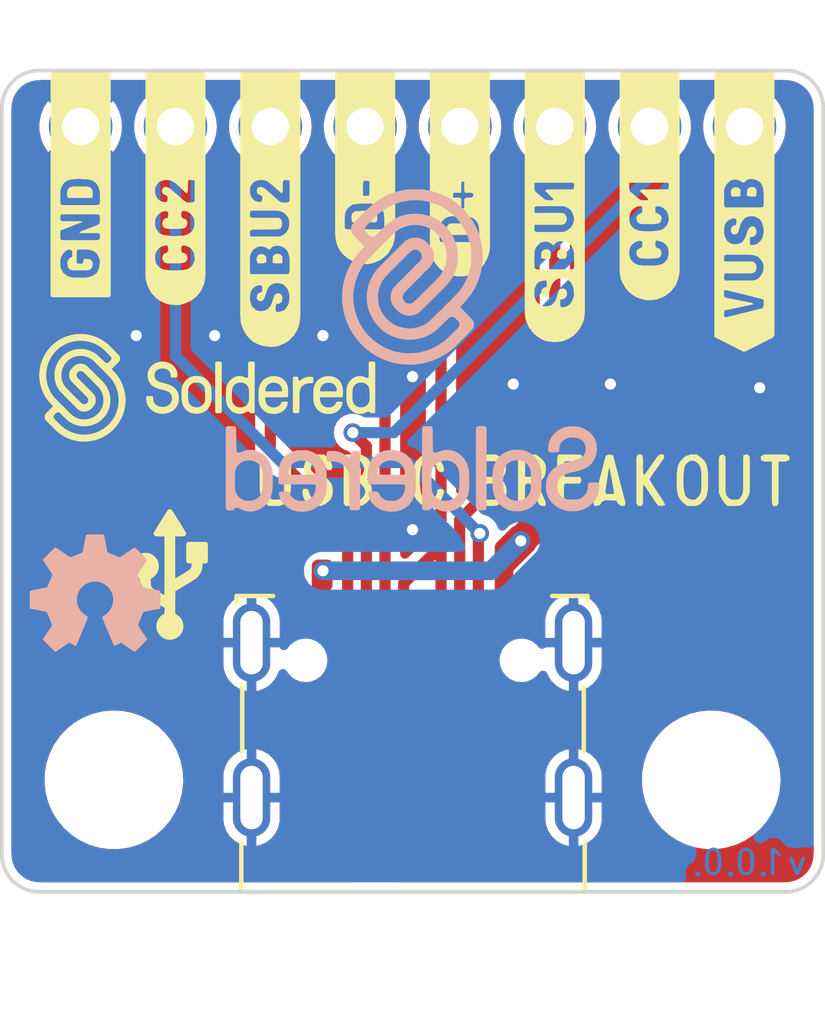
<source format=kicad_pcb>
(kicad_pcb (version 20210126) (generator pcbnew)
  (layers (0 "F.Cu" mixed) (31 "B.Cu" signal) (34 "B.Paste" user) (35 "F.Paste" user) (36 "B.SilkS" user "B.Silkscreen") (37 "F.SilkS" user "F.Silkscreen") (38 "B.Mask" user) (39 "F.Mask" user) (44 "Edge.Cuts" user))
  (net 0 "")
  (net 1 "VUSB")
  (net 2 "CC1")
  (net 3 "SBU1")
  (net 4 "D+")
  (net 5 "D-")
  (net 6 "SBU2")
  (net 7 "CC2")
  (net 8 "GND")
  (footprint "buzzardLabel" (layer "F.Cu") (at 104 119)
    (fp_text reference "" (at 0 0) (layer "F.SilkS") (effects (font (size 1.27 1.27))))
    (fp_text value "" (at 0 0) (layer "F.SilkS") (effects (font (size 1.27 1.27))))
  )
  (footprint "e-radionica.com footprinti:HOLE_3.2mm" (layer "F.Cu") (at 93 127)
    (fp_text reference "H2" hide)
    (fp_text value "HOLE_3.2mm" hide)
    (pad "" np_thru_hole circle (at 0 0) (size 3.2 3.2) (drill 3.2) (layers F&B.Cu *.Mask))
  )
  (footprint "buzzardLabel" (layer "F.Cu") (at 109.89 107.6 90)
    (fp_text reference "" (at 0 0 90) (layer "F.SilkS") (effects (font (size 1.27 1.27))))
    (fp_text value "" (at 0 0 90) (layer "F.SilkS") (effects (font (size 1.27 1.27))))
  )
  (footprint "e-radionica.com footprinti:HEADER_MALE_8X1" (layer "F.Cu") (at 101 109.5)
    (fp_text reference "K1")
    (fp_text value "HEADER_MALE_8X1")
    (pad "1" thru_hole circle (at -8.89 0) (size 1.7 1.7) (drill 1) (layers *.Cu *.Mask) (net 8 "GND"))
    (pad "2" thru_hole circle (at -6.35 0) (size 1.7 1.7) (drill 1) (layers *.Cu *.Mask) (net 7 "CC2"))
    (pad "3" thru_hole circle (at -3.81 0) (size 1.7 1.7) (drill 1) (layers *.Cu *.Mask) (net 6 "SBU2"))
    (pad "4" thru_hole circle (at -1.27 0) (size 1.7 1.7) (drill 1) (layers *.Cu *.Mask) (net 5 "D-"))
    (pad "5" thru_hole circle (at 1.27 0) (size 1.7 1.7) (drill 1) (layers *.Cu *.Mask) (net 4 "D+"))
    (pad "6" thru_hole circle (at 3.81 0) (size 1.7 1.7) (drill 1) (layers *.Cu *.Mask) (net 3 "SBU1"))
    (pad "7" thru_hole circle (at 6.35 0) (size 1.7 1.7) (drill 1) (layers *.Cu *.Mask) (net 2 "CC1"))
    (pad "8" thru_hole circle (at 8.89 0) (size 1.7 1.7) (drill 1) (layers *.Cu *.Mask) (net 1 "VUSB"))
  )
  (footprint "buzzardLabel" (layer "F.Cu") (at 94.65 107.6 90)
    (fp_text reference "" (at 0 0 90) (layer "F.SilkS") (effects (font (size 1.27 1.27))))
    (fp_text value "" (at 0 0 90) (layer "F.SilkS") (effects (font (size 1.27 1.27))))
  )
  (footprint "Soldered Graphics:Logo-Back-SolderedVERTICAL-10mm" (layer "F.Cu") (at 101 115.5)
    (fp_text reference "G***" hide)
    (fp_text value "LOGO" hide)
  )
  (footprint "buzzardLabel" (layer "F.Cu") (at 92.11 107.6 90)
    (fp_text reference "" (at 0 0 90) (layer "F.SilkS") (effects (font (size 1.27 1.27))))
    (fp_text value "" (at 0 0 90) (layer "F.SilkS") (effects (font (size 1.27 1.27))))
  )
  (footprint "buzzardLabel" (layer "F.Cu") (at 104.81 107.6 90)
    (fp_text reference "" (at 0 0 90) (layer "F.SilkS") (effects (font (size 1.27 1.27))))
    (fp_text value "" (at 0 0 90) (layer "F.SilkS") (effects (font (size 1.27 1.27))))
  )
  (footprint "e-radionica.com footprinti:FIDUCIAL_1MM_PASTE" (layer "F.Cu") (at 100 129)
    (fp_text reference "FD1")
    (fp_text value "Fiducial_Stencil")
    (pad "1" smd circle (at 0 0) (size 1 1) (property pad_prop_fiducial_glob) (layers "F.Cu" "F.Paste" "F.Mask"))
  )
  (footprint "Soldered Graphics:Symbol-Front-USB" (layer "F.Cu") (at 94.5 121.5)
    (fp_text reference "G***" hide)
    (fp_text value "LOGO" hide)
  )
  (footprint "Soldered Graphics:Logo-Back-OSH-3.5mm" (layer "F.Cu") (at 92.5 122)
    (fp_text reference "G***" hide)
    (fp_text value "LOGO" hide)
  )
  (footprint "e-radionica.com footprinti:HOLE_3.2mm" (layer "F.Cu") (at 109 127)
    (fp_text reference "H1" hide)
    (fp_text value "HOLE_3.2mm" hide)
    (pad "" np_thru_hole circle (at 0 0) (size 3.2 3.2) (drill 3.2) (layers F&B.Cu *.Mask))
  )
  (footprint "buzzardLabel" (layer "F.Cu") (at 97.19 107.6 90)
    (fp_text reference "" (at 0 0 90) (layer "F.SilkS") (effects (font (size 1.27 1.27))))
    (fp_text value "" (at 0 0 90) (layer "F.SilkS") (effects (font (size 1.27 1.27))))
  )
  (footprint "e-radionica.com footprinti:U262-161N-4BVC11" (layer "F.Cu") (at 101 125)
    (fp_text reference "K2")
    (fp_text value "U262-161N-4BVC11")
    (pad "" np_thru_hole circle (at 2.913 -1.2) (size 0.65 0.65) (drill 0.65) (layers F&B.Cu *.Mask))
    (pad "" np_thru_hole circle (at -2.862 -1.2) (size 0.65 0.65) (drill 0.65) (layers F&B.Cu *.Mask))
    (pad "A1" smd rect (at -3.337 -2.475) (size 0.3 1.15) (layers "F.Cu" "F.Paste" "F.Mask") (net 8 "GND"))
    (pad "A4" smd rect (at -2.537 -2.475) (size 0.3 1.15) (layers "F.Cu" "F.Paste" "F.Mask") (net 1 "VUSB"))
    (pad "A5" smd rect (at -1.237 -2.475) (size 0.3 1.15) (layers "F.Cu" "F.Paste" "F.Mask") (net 2 "CC1"))
    (pad "A6" smd rect (at -0.237 -2.475) (size 0.3 1.15) (layers "F.Cu" "F.Paste" "F.Mask") (net 4 "D+"))
    (pad "A7" smd rect (at 0.263 -2.475) (size 0.3 1.15) (layers "F.Cu" "F.Paste" "F.Mask") (net 5 "D-"))
    (pad "A8" smd rect (at 1.263 -2.475) (size 0.3 1.15) (layers "F.Cu" "F.Paste" "F.Mask") (net 3 "SBU1"))
    (pad "A9" smd rect (at 2.563 -2.475) (size 0.3 1.15) (layers "F.Cu" "F.Paste" "F.Mask") (net 1 "VUSB"))
    (pad "A12" smd rect (at 3.338 -2.475) (size 0.3 1.15) (layers "F.Cu" "F.Paste" "F.Mask") (net 8 "GND"))
    (pad "B1" smd rect (at 3.138 -2.475) (size 0.3 1.15) (layers "F.Cu" "F.Paste" "F.Mask") (net 8 "GND"))
    (pad "B4" smd rect (at 2.363 -2.475) (size 0.3 1.15) (layers "F.Cu" "F.Paste" "F.Mask") (net 1 "VUSB"))
    (pad "B5" smd rect (at 1.763 -2.475) (size 0.3 1.15) (layers "F.Cu" "F.Paste" "F.Mask") (net 7 "CC2"))
    (pad "B6" smd rect (at 0.763 -2.475) (size 0.3 1.15) (layers "F.Cu" "F.Paste" "F.Mask") (net 4 "D+"))
    (pad "B7" smd rect (at -0.737 -2.475) (size 0.3 1.15) (layers "F.Cu" "F.Paste" "F.Mask") (net 5 "D-"))
    (pad "B8" smd rect (at -1.737 -2.475) (size 0.3 1.15) (layers "F.Cu" "F.Paste" "F.Mask") (net 6 "SBU2"))
    (pad "B9" smd rect (at -2.337 -2.475) (size 0.3 1.15) (layers "F.Cu" "F.Paste" "F.Mask") (net 1 "VUSB"))
    (pad "B12" smd rect (at -3.112 -2.475) (size 0.3 1.15) (layers "F.Cu" "F.Paste" "F.Mask") (net 8 "GND"))
    (pad "SH" thru_hole oval (at -4.312 2.475) (size 1 2.1) (drill oval 0.6 1.7) (layers *.Cu *.Mask) (net 8 "GND"))
    (pad "SH" thru_hole oval (at 4.313 2.475) (size 1 2.1) (drill oval 0.6 1.7) (layers *.Cu *.Mask) (net 8 "GND"))
    (pad "SH" thru_hole oval (at 4.313 -1.675) (size 1 2.1) (drill oval 0.6 1.7) (layers *.Cu *.Mask) (net 8 "GND"))
    (pad "SH" thru_hole oval (at -4.312 -1.675) (size 1 2.1) (drill oval 0.6 1.7) (layers *.Cu *.Mask) (net 8 "GND"))
  )
  (footprint "Soldered Graphics:Logo-Front-SolderedFULL-9mm" (layer "F.Cu") (at 95.5 116.5)
    (fp_text reference "G***" hide)
    (fp_text value "LOGO" hide)
  )
  (footprint "buzzardLabel" (layer "F.Cu") (at 102.27 107.6 90)
    (fp_text reference "" (at 0 0 90) (layer "F.SilkS") (effects (font (size 1.27 1.27))))
    (fp_text value "" (at 0 0 90) (layer "F.SilkS") (effects (font (size 1.27 1.27))))
  )
  (footprint "buzzardLabel" (layer "F.Cu") (at 99.73 107.6 90)
    (fp_text reference "" (at 0 0 90) (layer "F.SilkS") (effects (font (size 1.27 1.27))))
    (fp_text value "" (at 0 0 90) (layer "F.SilkS") (effects (font (size 1.27 1.27))))
  )
  (footprint "buzzardLabel" (layer "F.Cu") (at 107.35 107.6 90)
    (fp_text reference "" (at 0 0 90) (layer "F.SilkS") (effects (font (size 1.27 1.27))))
    (fp_text value "" (at 0 0 90) (layer "F.SilkS") (effects (font (size 1.27 1.27))))
  )
  (footprint "Soldered Graphics:Version1.0.0." (layer "B.Cu") (at 110 129.2 180)
    (fp_text reference "" (at 0 0) (layer "B.SilkS") (effects (font (size 1.27 1.27)) (justify mirror)))
    (fp_text value "" (at 0 0) (layer "B.SilkS") (effects (font (size 1.27 1.27)) (justify mirror)))
    (fp_poly (pts (xy 1.31 -0.38) (xy 1.36 -0.38) (xy 1.41 -0.37) (xy 1.42 -0.33) (xy 1.42 -0.27) (xy 1.38 -0.26) (xy 1.33 -0.26) (xy 1.3 -0.29) (xy 1.3 -0.34) (xy 1.31 -0.38)) (layer "B.Cu") (width 0.01) (fill solid))
    (fp_poly (pts (xy 0.06 -0.35) (xy 0.11 -0.35) (xy 0.17 -0.33) (xy 0.13 -0.28) (xy 0.03 -0.28) (xy -0.01 -0.25) (xy -0.03 -0.2) (xy -0.05 -0.15) (xy -0.05 -0.11) (xy -0.05 0.01) (xy -0.05 0.13) (xy -0.05 0.17) (xy -0.03 0.22) (xy -0.01 0.27) (xy 0.02 0.3) (xy 0.13 0.3) (xy 0.16 0.26) (xy 0.18 0.21) (xy 0.18 0.15) (xy 0.19 0.05) (xy 0.19 -0.08) (xy 0.19 -0.12) (xy 0.18 -0.17) (xy 0.16 -0.22) (xy 0.14 -0.27) (xy 0.14 -0.28) (xy 0.17 -0.32) (xy 0.21 -0.29) (xy 0.24 -0.26) (xy 0.26 -0.22) (xy 0.27 -0.16) (xy 0.28 -0.11) (xy 0.28 -0.06) (xy 0.28 0.06) (xy 0.28 0.12) (xy 0.27 0.17) (xy 0.26 0.22) (xy 0.25 0.27) (xy 0.22 0.3) (xy 0.19 0.34) (xy 0.13 0.37) (xy 0.08 0.38) (xy 0.02 0.38) (xy -0.03 0.35) (xy -0.08 0.31) (xy -0.1 0.28) (xy -0.12 0.23) (xy -0.14 0.18) (xy -0.14 0.13) (xy -0.15 0.08) (xy -0.15 -0.04) (xy -0.14 -0.1) (xy -0.14 -0.14) (xy -0.13 -0.2) (xy -0.11 -0.25) (xy -0.08 -0.28) (xy -0.05 -0.32) (xy 0.01 -0.35) (xy 0.06 -0.35)) (layer "B.Cu") (width 0.01) (fill solid))
    (fp_poly (pts (xy -0.67 -0.35) (xy -0.62 -0.35) (xy -0.6 -0.31) (xy -0.6 0.35) (xy -0.64 0.38) (xy -0.69 0.38) (xy -0.73 0.34) (xy -0.84 0.22) (xy -0.86 0.17) (xy -0.83 0.16) (xy -0.73 0.22) (xy -0.69 0.23) (xy -0.69 -0.31) (xy -0.67 -0.35)) (layer "B.Cu") (width 0.01) (fill solid))
    (fp_poly (pts (xy -1.33 -0.35) (xy -1.27 -0.35) (xy -1.25 -0.31) (xy -1.09 0.1) (xy -1.11 0.13) (xy -1.16 0.13) (xy -1.19 0.1) (xy -1.28 -0.16) (xy -1.3 -0.21) (xy -1.32 -0.17) (xy -1.41 0.09) (xy -1.44 0.13) (xy -1.49 0.13) (xy -1.51 0.1) (xy -1.36 -0.31) (xy -1.33 -0.35)) (layer "B.Cu") (width 0.01) (fill solid))
    (fp_poly (pts (xy -0.44 -0.38) (xy -0.39 -0.38) (xy -0.34 -0.37) (xy -0.34 -0.33) (xy -0.34 -0.27) (xy -0.38 -0.26) (xy -0.43 -0.26) (xy -0.46 -0.29) (xy -0.46 -0.34) (xy -0.44 -0.38)) (layer "B.Cu") (width 0.01) (fill solid))
    (fp_poly (pts (xy 0.43 -0.38) (xy 0.48 -0.38) (xy 0.54 -0.37) (xy 0.54 -0.33) (xy 0.54 -0.27) (xy 0.5 -0.26) (xy 0.45 -0.26) (xy 0.42 -0.29) (xy 0.42 -0.34) (xy 0.43 -0.38)) (layer "B.Cu") (width 0.01) (fill solid))
    (fp_poly (pts (xy 0.93 -0.35) (xy 0.99 -0.35) (xy 1.04 -0.33) (xy 1.01 -0.28) (xy 0.91 -0.28) (xy 0.87 -0.25) (xy 0.85 -0.2) (xy 0.83 -0.15) (xy 0.83 -0.11) (xy 0.82 0.01) (xy 0.83 0.13) (xy 0.83 0.17) (xy 0.84 0.22) (xy 0.87 0.27) (xy 0.9 0.3) (xy 1.01 0.3) (xy 1.04 0.26) (xy 1.05 0.21) (xy 1.06 0.15) (xy 1.07 0.05) (xy 1.07 -0.08) (xy 1.06 -0.12) (xy 1.06 -0.17) (xy 1.04 -0.22) (xy 1.02 -0.27) (xy 1.01 -0.28) (xy 1.05 -0.32) (xy 1.09 -0.29) (xy 1.12 -0.26) (xy 1.14 -0.22) (xy 1.15 -0.16) (xy 1.16 -0.11) (xy 1.16 -0.06) (xy 1.16 0.06) (xy 1.16 0.12) (xy 1.15 0.17) (xy 1.14 0.22) (xy 1.13 0.27) (xy 1.1 0.3) (xy 1.06 0.34) (xy 1.01 0.37) (xy 0.95 0.38) (xy 0.9 0.38) (xy 0.84 0.35) (xy 0.8 0.31) (xy 0.78 0.28) (xy 0.75 0.23) (xy 0.74 0.18) (xy 0.74 0.13) (xy 0.73 0.08) (xy 0.73 -0.04) (xy 0.73 -0.1) (xy 0.74 -0.14) (xy 0.75 -0.2) (xy 0.77 -0.25) (xy 0.79 -0.28) (xy 0.83 -0.32) (xy 0.89 -0.35) (xy 0.93 -0.35)) (layer "B.Cu") (width 0.01) (fill solid))
  )
  (gr_line (start 90 109) (end 90 129) (layer "Edge.Cuts") (width 0.1))
  (gr_line (start 111 108) (end 91 108) (layer "Edge.Cuts") (width 0.1))
  (gr_arc (start 91 129) (end 91 130) (angle 90) (layer "Edge.Cuts") (width 0.1))
  (gr_arc (start 91 109) (end 91 108) (angle -90) (layer "Edge.Cuts") (width 0.1))
  (gr_line (start 91 130) (end 111 130) (layer "Edge.Cuts") (width 0.1))
  (gr_line (start 112 129) (end 112 109) (layer "Edge.Cuts") (width 0.1))
  (gr_arc (start 111 129) (end 112 129) (angle 90) (layer "Edge.Cuts") (width 0.1))
  (gr_arc (start 111 109) (end 111 108) (angle 90) (layer "Edge.Cuts") (width 0.1))
  (segment (start 109.89 114.61) (end 109.89 109.5) (width 0.8) (layer "F.Cu") (net 1))
  (segment (start 103.9 120.6) (end 109.89 114.61) (width 0.8) (layer "F.Cu") (net 1))
  (via (at 98.6 121.4) (size 0.5) (drill 0.3) (layers "F.Cu" "B.Cu") (net 1))
  (via (at 103.9 120.6) (size 0.5) (drill 0.3) (layers "F.Cu" "B.Cu") (net 1))
  (segment (start 103.1 121.4) (end 98.6 121.4) (width 0.5) (layer "B.Cu") (net 1))
  (segment (start 103.9 120.6) (end 103.1 121.4) (width 0.5) (layer "B.Cu") (net 1))
  (segment (start 99.763 118.063) (end 99.4 117.7) (width 0.3) (layer "F.Cu") (net 2))
  (segment (start 99.763 122.525) (end 99.763 118.063) (width 0.3) (layer "F.Cu") (net 2))
  (via (at 99.4 117.7) (size 0.5) (drill 0.3) (layers "F.Cu" "B.Cu") (net 2))
  (segment (start 107.35 110.85) (end 107.35 109.5) (width 0.3) (layer "B.Cu") (net 2))
  (segment (start 99.4 117.7) (end 100.5 117.7) (width 0.3) (layer "B.Cu") (net 2))
  (segment (start 100.5 117.7) (end 107.35 110.85) (width 0.3) (layer "B.Cu") (net 2))
  (segment (start 102.263 120.037) (end 104.81 117.49) (width 0.3) (layer "F.Cu") (net 3))
  (segment (start 104.81 117.49) (end 104.81 109.5) (width 0.3) (layer "F.Cu") (net 3))
  (segment (start 102.263 122.525) (end 102.263 120.037) (width 0.3) (layer "F.Cu") (net 3))
  (segment (start 100.763 121.737) (end 101.737 120.763) (width 0.3) (layer "F.Cu") (net 4))
  (segment (start 101.763 120.763) (end 101.763 122.525) (width 0.3) (layer "F.Cu") (net 4))
  (segment (start 101.737 120.763) (end 101.763 120.763) (width 0.3) (layer "F.Cu") (net 4))
  (segment (start 102.27 109.5) (end 102.27 113.53) (width 0.3) (layer "F.Cu") (net 4))
  (segment (start 102.27 113.53) (end 101.763 114.037) (width 0.3) (layer "F.Cu") (net 4))
  (segment (start 100.763 122.525) (end 100.763 121.737) (width 0.3) (layer "F.Cu") (net 4))
  (segment (start 101.763 114.037) (end 101.763 120.763) (width 0.3) (layer "F.Cu") (net 4))
  (segment (start 100.263 122.525) (end 100.263 123.563) (width 0.3) (layer "F.Cu") (net 5))
  (segment (start 99.73 113.53) (end 99.73 109.5) (width 0.3) (layer "F.Cu") (net 5))
  (segment (start 100.6 123.9) (end 101 123.9) (width 0.3) (layer "F.Cu") (net 5))
  (segment (start 100.263 122.525) (end 100.263 114.063) (width 0.3) (layer "F.Cu") (net 5))
  (segment (start 100.263 114.063) (end 99.73 113.53) (width 0.3) (layer "F.Cu") (net 5))
  (segment (start 101 123.9) (end 101.263 123.637) (width 0.3) (layer "F.Cu") (net 5))
  (segment (start 101.263 123.637) (end 101.263 122.525) (width 0.3) (layer "F.Cu") (net 5))
  (segment (start 100.263 123.563) (end 100.6 123.9) (width 0.3) (layer "F.Cu") (net 5))
  (segment (start 99.263 122.525) (end 99.263 120.263) (width 0.3) (layer "F.Cu") (net 6))
  (segment (start 99.263 120.263) (end 97.19 118.19) (width 0.3) (layer "F.Cu") (net 6))
  (segment (start 97.19 118.19) (end 97.19 109.5) (width 0.3) (layer "F.Cu") (net 6))
  (segment (start 102.763 120.437) (end 102.763 122.525) (width 0.3) (layer "F.Cu") (net 7))
  (segment (start 102.8 120.4) (end 102.763 120.437) (width 0.3) (layer "F.Cu") (net 7))
  (via (at 102.8 120.4) (size 0.5) (drill 0.3) (layers "F.Cu" "B.Cu") (net 7))
  (segment (start 102.8 120.4) (end 100.9 118.5) (width 0.3) (layer "B.Cu") (net 7))
  (segment (start 100.9 118.5) (end 97.5 118.5) (width 0.3) (layer "B.Cu") (net 7))
  (segment (start 94.65 115.65) (end 94.65 109.5) (width 0.3) (layer "B.Cu") (net 7))
  (segment (start 97.5 118.5) (end 94.65 115.65) (width 0.3) (layer "B.Cu") (net 7))
  (via (at 93.6 115.1) (size 0.5) (drill 0.3) (layers "F.Cu" "B.Cu") (net 8))
  (via (at 110.3 116.5) (size 0.5) (drill 0.3) (layers "F.Cu" "B.Cu") (net 8))
  (via (at 101 120.3) (size 0.5) (drill 0.3) (layers "F.Cu" "B.Cu") (net 8))
  (via (at 95.7 115.1) (size 0.5) (drill 0.3) (layers "F.Cu" "B.Cu") (net 8))
  (via (at 98.6 115.1) (size 0.5) (drill 0.3) (layers "F.Cu" "B.Cu") (net 8))
  (via (at 106.3 116.4) (size 0.5) (drill 0.3) (layers "F.Cu" "B.Cu") (net 8))
  (via (at 103.7 116.4) (size 0.5) (drill 0.3) (layers "F.Cu" "B.Cu") (net 8))
  (via (at 101 116.2) (size 0.5) (drill 0.3) (layers "F.Cu" "B.Cu") (net 8))
  (zone (net 1) (net_name "VUSB") (layer "F.Cu") (priority 2) (connect_pads yes (clearance 0.254)) (min_thickness 0.254) (fill yes (thermal_gap 0.254) (thermal_bridge_width 0.254))
    (polygon (pts (xy 98.9 121.2) (xy 98.9 121.8) (xy 98.8 121.9) (xy 98.8 123.1) (xy 98.3 123.1) (xy 98.3 121.2) (xy 98.4 121.1) (xy 98.8 121.1)))
  )
  (zone (net 8) (net_name "GND") (layers F&B.Cu) (connect_pads (clearance 0.254)) (min_thickness 0.254) (fill yes (thermal_gap 0.254) (thermal_bridge_width 0.254))
    (polygon (pts (xy 112 130) (xy 90 130) (xy 90 108) (xy 112 108)))
  )
  (zone (net 1) (net_name "VUSB") (layer "F.Cu") (priority 2) (connect_pads yes (clearance 0.254)) (min_thickness 0.254) (fill yes (thermal_gap 0.254) (thermal_bridge_width 0.254))
    (polygon (pts (xy 104.3 120.6) (xy 104.3 120.8) (xy 103.7 121.4) (xy 103.7 123.1) (xy 103.2 123.1) (xy 103.2 120.7) (xy 103.7 120.2) (xy 103.9 120.2)))
  )
)
</source>
